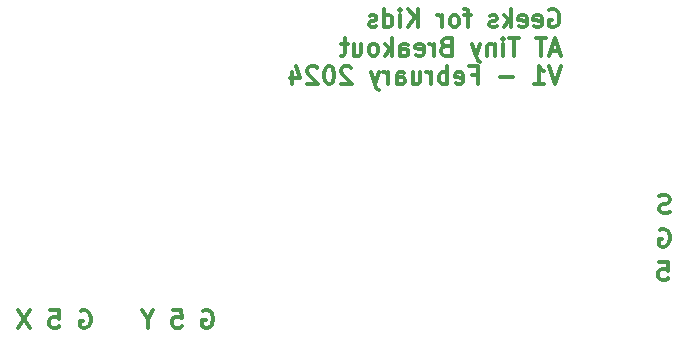
<source format=gbr>
G04 #@! TF.GenerationSoftware,KiCad,Pcbnew,7.0.5*
G04 #@! TF.CreationDate,2024-02-12T19:58:57-06:00*
G04 #@! TF.ProjectId,ATTinyBreakOut_DFRobot_Amp,41545469-6e79-4427-9265-616b4f75745f,rev?*
G04 #@! TF.SameCoordinates,Original*
G04 #@! TF.FileFunction,Legend,Bot*
G04 #@! TF.FilePolarity,Positive*
%FSLAX46Y46*%
G04 Gerber Fmt 4.6, Leading zero omitted, Abs format (unit mm)*
G04 Created by KiCad (PCBNEW 7.0.5) date 2024-02-12 19:58:57*
%MOMM*%
%LPD*%
G01*
G04 APERTURE LIST*
%ADD10C,0.300000*%
G04 APERTURE END LIST*
D10*
X168198344Y-96132257D02*
X168341202Y-96060828D01*
X168341202Y-96060828D02*
X168555487Y-96060828D01*
X168555487Y-96060828D02*
X168769773Y-96132257D01*
X168769773Y-96132257D02*
X168912630Y-96275114D01*
X168912630Y-96275114D02*
X168984059Y-96417971D01*
X168984059Y-96417971D02*
X169055487Y-96703685D01*
X169055487Y-96703685D02*
X169055487Y-96917971D01*
X169055487Y-96917971D02*
X168984059Y-97203685D01*
X168984059Y-97203685D02*
X168912630Y-97346542D01*
X168912630Y-97346542D02*
X168769773Y-97489400D01*
X168769773Y-97489400D02*
X168555487Y-97560828D01*
X168555487Y-97560828D02*
X168412630Y-97560828D01*
X168412630Y-97560828D02*
X168198344Y-97489400D01*
X168198344Y-97489400D02*
X168126916Y-97417971D01*
X168126916Y-97417971D02*
X168126916Y-96917971D01*
X168126916Y-96917971D02*
X168412630Y-96917971D01*
X158869774Y-77552257D02*
X159012632Y-77480828D01*
X159012632Y-77480828D02*
X159226917Y-77480828D01*
X159226917Y-77480828D02*
X159441203Y-77552257D01*
X159441203Y-77552257D02*
X159584060Y-77695114D01*
X159584060Y-77695114D02*
X159655489Y-77837971D01*
X159655489Y-77837971D02*
X159726917Y-78123685D01*
X159726917Y-78123685D02*
X159726917Y-78337971D01*
X159726917Y-78337971D02*
X159655489Y-78623685D01*
X159655489Y-78623685D02*
X159584060Y-78766542D01*
X159584060Y-78766542D02*
X159441203Y-78909400D01*
X159441203Y-78909400D02*
X159226917Y-78980828D01*
X159226917Y-78980828D02*
X159084060Y-78980828D01*
X159084060Y-78980828D02*
X158869774Y-78909400D01*
X158869774Y-78909400D02*
X158798346Y-78837971D01*
X158798346Y-78837971D02*
X158798346Y-78337971D01*
X158798346Y-78337971D02*
X159084060Y-78337971D01*
X157584060Y-78909400D02*
X157726917Y-78980828D01*
X157726917Y-78980828D02*
X158012632Y-78980828D01*
X158012632Y-78980828D02*
X158155489Y-78909400D01*
X158155489Y-78909400D02*
X158226917Y-78766542D01*
X158226917Y-78766542D02*
X158226917Y-78195114D01*
X158226917Y-78195114D02*
X158155489Y-78052257D01*
X158155489Y-78052257D02*
X158012632Y-77980828D01*
X158012632Y-77980828D02*
X157726917Y-77980828D01*
X157726917Y-77980828D02*
X157584060Y-78052257D01*
X157584060Y-78052257D02*
X157512632Y-78195114D01*
X157512632Y-78195114D02*
X157512632Y-78337971D01*
X157512632Y-78337971D02*
X158226917Y-78480828D01*
X156298346Y-78909400D02*
X156441203Y-78980828D01*
X156441203Y-78980828D02*
X156726918Y-78980828D01*
X156726918Y-78980828D02*
X156869775Y-78909400D01*
X156869775Y-78909400D02*
X156941203Y-78766542D01*
X156941203Y-78766542D02*
X156941203Y-78195114D01*
X156941203Y-78195114D02*
X156869775Y-78052257D01*
X156869775Y-78052257D02*
X156726918Y-77980828D01*
X156726918Y-77980828D02*
X156441203Y-77980828D01*
X156441203Y-77980828D02*
X156298346Y-78052257D01*
X156298346Y-78052257D02*
X156226918Y-78195114D01*
X156226918Y-78195114D02*
X156226918Y-78337971D01*
X156226918Y-78337971D02*
X156941203Y-78480828D01*
X155584061Y-78980828D02*
X155584061Y-77480828D01*
X155441204Y-78409400D02*
X155012632Y-78980828D01*
X155012632Y-77980828D02*
X155584061Y-78552257D01*
X154441203Y-78909400D02*
X154298346Y-78980828D01*
X154298346Y-78980828D02*
X154012632Y-78980828D01*
X154012632Y-78980828D02*
X153869775Y-78909400D01*
X153869775Y-78909400D02*
X153798346Y-78766542D01*
X153798346Y-78766542D02*
X153798346Y-78695114D01*
X153798346Y-78695114D02*
X153869775Y-78552257D01*
X153869775Y-78552257D02*
X154012632Y-78480828D01*
X154012632Y-78480828D02*
X154226918Y-78480828D01*
X154226918Y-78480828D02*
X154369775Y-78409400D01*
X154369775Y-78409400D02*
X154441203Y-78266542D01*
X154441203Y-78266542D02*
X154441203Y-78195114D01*
X154441203Y-78195114D02*
X154369775Y-78052257D01*
X154369775Y-78052257D02*
X154226918Y-77980828D01*
X154226918Y-77980828D02*
X154012632Y-77980828D01*
X154012632Y-77980828D02*
X153869775Y-78052257D01*
X152226917Y-77980828D02*
X151655489Y-77980828D01*
X152012632Y-78980828D02*
X152012632Y-77695114D01*
X152012632Y-77695114D02*
X151941203Y-77552257D01*
X151941203Y-77552257D02*
X151798346Y-77480828D01*
X151798346Y-77480828D02*
X151655489Y-77480828D01*
X150941203Y-78980828D02*
X151084060Y-78909400D01*
X151084060Y-78909400D02*
X151155489Y-78837971D01*
X151155489Y-78837971D02*
X151226917Y-78695114D01*
X151226917Y-78695114D02*
X151226917Y-78266542D01*
X151226917Y-78266542D02*
X151155489Y-78123685D01*
X151155489Y-78123685D02*
X151084060Y-78052257D01*
X151084060Y-78052257D02*
X150941203Y-77980828D01*
X150941203Y-77980828D02*
X150726917Y-77980828D01*
X150726917Y-77980828D02*
X150584060Y-78052257D01*
X150584060Y-78052257D02*
X150512632Y-78123685D01*
X150512632Y-78123685D02*
X150441203Y-78266542D01*
X150441203Y-78266542D02*
X150441203Y-78695114D01*
X150441203Y-78695114D02*
X150512632Y-78837971D01*
X150512632Y-78837971D02*
X150584060Y-78909400D01*
X150584060Y-78909400D02*
X150726917Y-78980828D01*
X150726917Y-78980828D02*
X150941203Y-78980828D01*
X149798346Y-78980828D02*
X149798346Y-77980828D01*
X149798346Y-78266542D02*
X149726917Y-78123685D01*
X149726917Y-78123685D02*
X149655489Y-78052257D01*
X149655489Y-78052257D02*
X149512631Y-77980828D01*
X149512631Y-77980828D02*
X149369774Y-77980828D01*
X147726918Y-78980828D02*
X147726918Y-77480828D01*
X146869775Y-78980828D02*
X147512632Y-78123685D01*
X146869775Y-77480828D02*
X147726918Y-78337971D01*
X146226918Y-78980828D02*
X146226918Y-77980828D01*
X146226918Y-77480828D02*
X146298346Y-77552257D01*
X146298346Y-77552257D02*
X146226918Y-77623685D01*
X146226918Y-77623685D02*
X146155489Y-77552257D01*
X146155489Y-77552257D02*
X146226918Y-77480828D01*
X146226918Y-77480828D02*
X146226918Y-77623685D01*
X144869775Y-78980828D02*
X144869775Y-77480828D01*
X144869775Y-78909400D02*
X145012632Y-78980828D01*
X145012632Y-78980828D02*
X145298346Y-78980828D01*
X145298346Y-78980828D02*
X145441203Y-78909400D01*
X145441203Y-78909400D02*
X145512632Y-78837971D01*
X145512632Y-78837971D02*
X145584060Y-78695114D01*
X145584060Y-78695114D02*
X145584060Y-78266542D01*
X145584060Y-78266542D02*
X145512632Y-78123685D01*
X145512632Y-78123685D02*
X145441203Y-78052257D01*
X145441203Y-78052257D02*
X145298346Y-77980828D01*
X145298346Y-77980828D02*
X145012632Y-77980828D01*
X145012632Y-77980828D02*
X144869775Y-78052257D01*
X144226917Y-78909400D02*
X144084060Y-78980828D01*
X144084060Y-78980828D02*
X143798346Y-78980828D01*
X143798346Y-78980828D02*
X143655489Y-78909400D01*
X143655489Y-78909400D02*
X143584060Y-78766542D01*
X143584060Y-78766542D02*
X143584060Y-78695114D01*
X143584060Y-78695114D02*
X143655489Y-78552257D01*
X143655489Y-78552257D02*
X143798346Y-78480828D01*
X143798346Y-78480828D02*
X144012632Y-78480828D01*
X144012632Y-78480828D02*
X144155489Y-78409400D01*
X144155489Y-78409400D02*
X144226917Y-78266542D01*
X144226917Y-78266542D02*
X144226917Y-78195114D01*
X144226917Y-78195114D02*
X144155489Y-78052257D01*
X144155489Y-78052257D02*
X144012632Y-77980828D01*
X144012632Y-77980828D02*
X143798346Y-77980828D01*
X143798346Y-77980828D02*
X143655489Y-78052257D01*
X159726917Y-80967257D02*
X159012632Y-80967257D01*
X159869774Y-81395828D02*
X159369774Y-79895828D01*
X159369774Y-79895828D02*
X158869774Y-81395828D01*
X158584060Y-79895828D02*
X157726918Y-79895828D01*
X158155489Y-81395828D02*
X158155489Y-79895828D01*
X156298346Y-79895828D02*
X155441204Y-79895828D01*
X155869775Y-81395828D02*
X155869775Y-79895828D01*
X154941204Y-81395828D02*
X154941204Y-80395828D01*
X154941204Y-79895828D02*
X155012632Y-79967257D01*
X155012632Y-79967257D02*
X154941204Y-80038685D01*
X154941204Y-80038685D02*
X154869775Y-79967257D01*
X154869775Y-79967257D02*
X154941204Y-79895828D01*
X154941204Y-79895828D02*
X154941204Y-80038685D01*
X154226918Y-80395828D02*
X154226918Y-81395828D01*
X154226918Y-80538685D02*
X154155489Y-80467257D01*
X154155489Y-80467257D02*
X154012632Y-80395828D01*
X154012632Y-80395828D02*
X153798346Y-80395828D01*
X153798346Y-80395828D02*
X153655489Y-80467257D01*
X153655489Y-80467257D02*
X153584061Y-80610114D01*
X153584061Y-80610114D02*
X153584061Y-81395828D01*
X153012632Y-80395828D02*
X152655489Y-81395828D01*
X152298346Y-80395828D02*
X152655489Y-81395828D01*
X152655489Y-81395828D02*
X152798346Y-81752971D01*
X152798346Y-81752971D02*
X152869775Y-81824400D01*
X152869775Y-81824400D02*
X153012632Y-81895828D01*
X150084061Y-80610114D02*
X149869775Y-80681542D01*
X149869775Y-80681542D02*
X149798346Y-80752971D01*
X149798346Y-80752971D02*
X149726918Y-80895828D01*
X149726918Y-80895828D02*
X149726918Y-81110114D01*
X149726918Y-81110114D02*
X149798346Y-81252971D01*
X149798346Y-81252971D02*
X149869775Y-81324400D01*
X149869775Y-81324400D02*
X150012632Y-81395828D01*
X150012632Y-81395828D02*
X150584061Y-81395828D01*
X150584061Y-81395828D02*
X150584061Y-79895828D01*
X150584061Y-79895828D02*
X150084061Y-79895828D01*
X150084061Y-79895828D02*
X149941204Y-79967257D01*
X149941204Y-79967257D02*
X149869775Y-80038685D01*
X149869775Y-80038685D02*
X149798346Y-80181542D01*
X149798346Y-80181542D02*
X149798346Y-80324400D01*
X149798346Y-80324400D02*
X149869775Y-80467257D01*
X149869775Y-80467257D02*
X149941204Y-80538685D01*
X149941204Y-80538685D02*
X150084061Y-80610114D01*
X150084061Y-80610114D02*
X150584061Y-80610114D01*
X149084061Y-81395828D02*
X149084061Y-80395828D01*
X149084061Y-80681542D02*
X149012632Y-80538685D01*
X149012632Y-80538685D02*
X148941204Y-80467257D01*
X148941204Y-80467257D02*
X148798346Y-80395828D01*
X148798346Y-80395828D02*
X148655489Y-80395828D01*
X147584061Y-81324400D02*
X147726918Y-81395828D01*
X147726918Y-81395828D02*
X148012633Y-81395828D01*
X148012633Y-81395828D02*
X148155490Y-81324400D01*
X148155490Y-81324400D02*
X148226918Y-81181542D01*
X148226918Y-81181542D02*
X148226918Y-80610114D01*
X148226918Y-80610114D02*
X148155490Y-80467257D01*
X148155490Y-80467257D02*
X148012633Y-80395828D01*
X148012633Y-80395828D02*
X147726918Y-80395828D01*
X147726918Y-80395828D02*
X147584061Y-80467257D01*
X147584061Y-80467257D02*
X147512633Y-80610114D01*
X147512633Y-80610114D02*
X147512633Y-80752971D01*
X147512633Y-80752971D02*
X148226918Y-80895828D01*
X146226919Y-81395828D02*
X146226919Y-80610114D01*
X146226919Y-80610114D02*
X146298347Y-80467257D01*
X146298347Y-80467257D02*
X146441204Y-80395828D01*
X146441204Y-80395828D02*
X146726919Y-80395828D01*
X146726919Y-80395828D02*
X146869776Y-80467257D01*
X146226919Y-81324400D02*
X146369776Y-81395828D01*
X146369776Y-81395828D02*
X146726919Y-81395828D01*
X146726919Y-81395828D02*
X146869776Y-81324400D01*
X146869776Y-81324400D02*
X146941204Y-81181542D01*
X146941204Y-81181542D02*
X146941204Y-81038685D01*
X146941204Y-81038685D02*
X146869776Y-80895828D01*
X146869776Y-80895828D02*
X146726919Y-80824400D01*
X146726919Y-80824400D02*
X146369776Y-80824400D01*
X146369776Y-80824400D02*
X146226919Y-80752971D01*
X145512633Y-81395828D02*
X145512633Y-79895828D01*
X145369776Y-80824400D02*
X144941204Y-81395828D01*
X144941204Y-80395828D02*
X145512633Y-80967257D01*
X144084061Y-81395828D02*
X144226918Y-81324400D01*
X144226918Y-81324400D02*
X144298347Y-81252971D01*
X144298347Y-81252971D02*
X144369775Y-81110114D01*
X144369775Y-81110114D02*
X144369775Y-80681542D01*
X144369775Y-80681542D02*
X144298347Y-80538685D01*
X144298347Y-80538685D02*
X144226918Y-80467257D01*
X144226918Y-80467257D02*
X144084061Y-80395828D01*
X144084061Y-80395828D02*
X143869775Y-80395828D01*
X143869775Y-80395828D02*
X143726918Y-80467257D01*
X143726918Y-80467257D02*
X143655490Y-80538685D01*
X143655490Y-80538685D02*
X143584061Y-80681542D01*
X143584061Y-80681542D02*
X143584061Y-81110114D01*
X143584061Y-81110114D02*
X143655490Y-81252971D01*
X143655490Y-81252971D02*
X143726918Y-81324400D01*
X143726918Y-81324400D02*
X143869775Y-81395828D01*
X143869775Y-81395828D02*
X144084061Y-81395828D01*
X142298347Y-80395828D02*
X142298347Y-81395828D01*
X142941204Y-80395828D02*
X142941204Y-81181542D01*
X142941204Y-81181542D02*
X142869775Y-81324400D01*
X142869775Y-81324400D02*
X142726918Y-81395828D01*
X142726918Y-81395828D02*
X142512632Y-81395828D01*
X142512632Y-81395828D02*
X142369775Y-81324400D01*
X142369775Y-81324400D02*
X142298347Y-81252971D01*
X141798346Y-80395828D02*
X141226918Y-80395828D01*
X141584061Y-79895828D02*
X141584061Y-81181542D01*
X141584061Y-81181542D02*
X141512632Y-81324400D01*
X141512632Y-81324400D02*
X141369775Y-81395828D01*
X141369775Y-81395828D02*
X141226918Y-81395828D01*
X159869774Y-82310828D02*
X159369774Y-83810828D01*
X159369774Y-83810828D02*
X158869774Y-82310828D01*
X157584060Y-83810828D02*
X158441203Y-83810828D01*
X158012632Y-83810828D02*
X158012632Y-82310828D01*
X158012632Y-82310828D02*
X158155489Y-82525114D01*
X158155489Y-82525114D02*
X158298346Y-82667971D01*
X158298346Y-82667971D02*
X158441203Y-82739400D01*
X155798347Y-83239400D02*
X154655490Y-83239400D01*
X152298347Y-83025114D02*
X152798347Y-83025114D01*
X152798347Y-83810828D02*
X152798347Y-82310828D01*
X152798347Y-82310828D02*
X152084061Y-82310828D01*
X150941204Y-83739400D02*
X151084061Y-83810828D01*
X151084061Y-83810828D02*
X151369776Y-83810828D01*
X151369776Y-83810828D02*
X151512633Y-83739400D01*
X151512633Y-83739400D02*
X151584061Y-83596542D01*
X151584061Y-83596542D02*
X151584061Y-83025114D01*
X151584061Y-83025114D02*
X151512633Y-82882257D01*
X151512633Y-82882257D02*
X151369776Y-82810828D01*
X151369776Y-82810828D02*
X151084061Y-82810828D01*
X151084061Y-82810828D02*
X150941204Y-82882257D01*
X150941204Y-82882257D02*
X150869776Y-83025114D01*
X150869776Y-83025114D02*
X150869776Y-83167971D01*
X150869776Y-83167971D02*
X151584061Y-83310828D01*
X150226919Y-83810828D02*
X150226919Y-82310828D01*
X150226919Y-82882257D02*
X150084062Y-82810828D01*
X150084062Y-82810828D02*
X149798347Y-82810828D01*
X149798347Y-82810828D02*
X149655490Y-82882257D01*
X149655490Y-82882257D02*
X149584062Y-82953685D01*
X149584062Y-82953685D02*
X149512633Y-83096542D01*
X149512633Y-83096542D02*
X149512633Y-83525114D01*
X149512633Y-83525114D02*
X149584062Y-83667971D01*
X149584062Y-83667971D02*
X149655490Y-83739400D01*
X149655490Y-83739400D02*
X149798347Y-83810828D01*
X149798347Y-83810828D02*
X150084062Y-83810828D01*
X150084062Y-83810828D02*
X150226919Y-83739400D01*
X148869776Y-83810828D02*
X148869776Y-82810828D01*
X148869776Y-83096542D02*
X148798347Y-82953685D01*
X148798347Y-82953685D02*
X148726919Y-82882257D01*
X148726919Y-82882257D02*
X148584061Y-82810828D01*
X148584061Y-82810828D02*
X148441204Y-82810828D01*
X147298348Y-82810828D02*
X147298348Y-83810828D01*
X147941205Y-82810828D02*
X147941205Y-83596542D01*
X147941205Y-83596542D02*
X147869776Y-83739400D01*
X147869776Y-83739400D02*
X147726919Y-83810828D01*
X147726919Y-83810828D02*
X147512633Y-83810828D01*
X147512633Y-83810828D02*
X147369776Y-83739400D01*
X147369776Y-83739400D02*
X147298348Y-83667971D01*
X145941205Y-83810828D02*
X145941205Y-83025114D01*
X145941205Y-83025114D02*
X146012633Y-82882257D01*
X146012633Y-82882257D02*
X146155490Y-82810828D01*
X146155490Y-82810828D02*
X146441205Y-82810828D01*
X146441205Y-82810828D02*
X146584062Y-82882257D01*
X145941205Y-83739400D02*
X146084062Y-83810828D01*
X146084062Y-83810828D02*
X146441205Y-83810828D01*
X146441205Y-83810828D02*
X146584062Y-83739400D01*
X146584062Y-83739400D02*
X146655490Y-83596542D01*
X146655490Y-83596542D02*
X146655490Y-83453685D01*
X146655490Y-83453685D02*
X146584062Y-83310828D01*
X146584062Y-83310828D02*
X146441205Y-83239400D01*
X146441205Y-83239400D02*
X146084062Y-83239400D01*
X146084062Y-83239400D02*
X145941205Y-83167971D01*
X145226919Y-83810828D02*
X145226919Y-82810828D01*
X145226919Y-83096542D02*
X145155490Y-82953685D01*
X145155490Y-82953685D02*
X145084062Y-82882257D01*
X145084062Y-82882257D02*
X144941204Y-82810828D01*
X144941204Y-82810828D02*
X144798347Y-82810828D01*
X144441205Y-82810828D02*
X144084062Y-83810828D01*
X143726919Y-82810828D02*
X144084062Y-83810828D01*
X144084062Y-83810828D02*
X144226919Y-84167971D01*
X144226919Y-84167971D02*
X144298348Y-84239400D01*
X144298348Y-84239400D02*
X144441205Y-84310828D01*
X142084062Y-82453685D02*
X142012634Y-82382257D01*
X142012634Y-82382257D02*
X141869777Y-82310828D01*
X141869777Y-82310828D02*
X141512634Y-82310828D01*
X141512634Y-82310828D02*
X141369777Y-82382257D01*
X141369777Y-82382257D02*
X141298348Y-82453685D01*
X141298348Y-82453685D02*
X141226919Y-82596542D01*
X141226919Y-82596542D02*
X141226919Y-82739400D01*
X141226919Y-82739400D02*
X141298348Y-82953685D01*
X141298348Y-82953685D02*
X142155491Y-83810828D01*
X142155491Y-83810828D02*
X141226919Y-83810828D01*
X140298348Y-82310828D02*
X140155491Y-82310828D01*
X140155491Y-82310828D02*
X140012634Y-82382257D01*
X140012634Y-82382257D02*
X139941206Y-82453685D01*
X139941206Y-82453685D02*
X139869777Y-82596542D01*
X139869777Y-82596542D02*
X139798348Y-82882257D01*
X139798348Y-82882257D02*
X139798348Y-83239400D01*
X139798348Y-83239400D02*
X139869777Y-83525114D01*
X139869777Y-83525114D02*
X139941206Y-83667971D01*
X139941206Y-83667971D02*
X140012634Y-83739400D01*
X140012634Y-83739400D02*
X140155491Y-83810828D01*
X140155491Y-83810828D02*
X140298348Y-83810828D01*
X140298348Y-83810828D02*
X140441206Y-83739400D01*
X140441206Y-83739400D02*
X140512634Y-83667971D01*
X140512634Y-83667971D02*
X140584063Y-83525114D01*
X140584063Y-83525114D02*
X140655491Y-83239400D01*
X140655491Y-83239400D02*
X140655491Y-82882257D01*
X140655491Y-82882257D02*
X140584063Y-82596542D01*
X140584063Y-82596542D02*
X140512634Y-82453685D01*
X140512634Y-82453685D02*
X140441206Y-82382257D01*
X140441206Y-82382257D02*
X140298348Y-82310828D01*
X139226920Y-82453685D02*
X139155492Y-82382257D01*
X139155492Y-82382257D02*
X139012635Y-82310828D01*
X139012635Y-82310828D02*
X138655492Y-82310828D01*
X138655492Y-82310828D02*
X138512635Y-82382257D01*
X138512635Y-82382257D02*
X138441206Y-82453685D01*
X138441206Y-82453685D02*
X138369777Y-82596542D01*
X138369777Y-82596542D02*
X138369777Y-82739400D01*
X138369777Y-82739400D02*
X138441206Y-82953685D01*
X138441206Y-82953685D02*
X139298349Y-83810828D01*
X139298349Y-83810828D02*
X138369777Y-83810828D01*
X137084064Y-82810828D02*
X137084064Y-83810828D01*
X137441206Y-82239400D02*
X137798349Y-83310828D01*
X137798349Y-83310828D02*
X136869778Y-83310828D01*
X119179774Y-103042257D02*
X119322632Y-102970828D01*
X119322632Y-102970828D02*
X119536917Y-102970828D01*
X119536917Y-102970828D02*
X119751203Y-103042257D01*
X119751203Y-103042257D02*
X119894060Y-103185114D01*
X119894060Y-103185114D02*
X119965489Y-103327971D01*
X119965489Y-103327971D02*
X120036917Y-103613685D01*
X120036917Y-103613685D02*
X120036917Y-103827971D01*
X120036917Y-103827971D02*
X119965489Y-104113685D01*
X119965489Y-104113685D02*
X119894060Y-104256542D01*
X119894060Y-104256542D02*
X119751203Y-104399400D01*
X119751203Y-104399400D02*
X119536917Y-104470828D01*
X119536917Y-104470828D02*
X119394060Y-104470828D01*
X119394060Y-104470828D02*
X119179774Y-104399400D01*
X119179774Y-104399400D02*
X119108346Y-104327971D01*
X119108346Y-104327971D02*
X119108346Y-103827971D01*
X119108346Y-103827971D02*
X119394060Y-103827971D01*
X116608346Y-102970828D02*
X117322632Y-102970828D01*
X117322632Y-102970828D02*
X117394060Y-103685114D01*
X117394060Y-103685114D02*
X117322632Y-103613685D01*
X117322632Y-103613685D02*
X117179775Y-103542257D01*
X117179775Y-103542257D02*
X116822632Y-103542257D01*
X116822632Y-103542257D02*
X116679775Y-103613685D01*
X116679775Y-103613685D02*
X116608346Y-103685114D01*
X116608346Y-103685114D02*
X116536917Y-103827971D01*
X116536917Y-103827971D02*
X116536917Y-104185114D01*
X116536917Y-104185114D02*
X116608346Y-104327971D01*
X116608346Y-104327971D02*
X116679775Y-104399400D01*
X116679775Y-104399400D02*
X116822632Y-104470828D01*
X116822632Y-104470828D02*
X117179775Y-104470828D01*
X117179775Y-104470828D02*
X117322632Y-104399400D01*
X117322632Y-104399400D02*
X117394060Y-104327971D01*
X114894061Y-102970828D02*
X113894061Y-104470828D01*
X113894061Y-102970828D02*
X114894061Y-104470828D01*
X168159773Y-98890828D02*
X168874059Y-98890828D01*
X168874059Y-98890828D02*
X168945487Y-99605114D01*
X168945487Y-99605114D02*
X168874059Y-99533685D01*
X168874059Y-99533685D02*
X168731202Y-99462257D01*
X168731202Y-99462257D02*
X168374059Y-99462257D01*
X168374059Y-99462257D02*
X168231202Y-99533685D01*
X168231202Y-99533685D02*
X168159773Y-99605114D01*
X168159773Y-99605114D02*
X168088344Y-99747971D01*
X168088344Y-99747971D02*
X168088344Y-100105114D01*
X168088344Y-100105114D02*
X168159773Y-100247971D01*
X168159773Y-100247971D02*
X168231202Y-100319400D01*
X168231202Y-100319400D02*
X168374059Y-100390828D01*
X168374059Y-100390828D02*
X168731202Y-100390828D01*
X168731202Y-100390828D02*
X168874059Y-100319400D01*
X168874059Y-100319400D02*
X168945487Y-100247971D01*
X129559774Y-103002257D02*
X129702632Y-102930828D01*
X129702632Y-102930828D02*
X129916917Y-102930828D01*
X129916917Y-102930828D02*
X130131203Y-103002257D01*
X130131203Y-103002257D02*
X130274060Y-103145114D01*
X130274060Y-103145114D02*
X130345489Y-103287971D01*
X130345489Y-103287971D02*
X130416917Y-103573685D01*
X130416917Y-103573685D02*
X130416917Y-103787971D01*
X130416917Y-103787971D02*
X130345489Y-104073685D01*
X130345489Y-104073685D02*
X130274060Y-104216542D01*
X130274060Y-104216542D02*
X130131203Y-104359400D01*
X130131203Y-104359400D02*
X129916917Y-104430828D01*
X129916917Y-104430828D02*
X129774060Y-104430828D01*
X129774060Y-104430828D02*
X129559774Y-104359400D01*
X129559774Y-104359400D02*
X129488346Y-104287971D01*
X129488346Y-104287971D02*
X129488346Y-103787971D01*
X129488346Y-103787971D02*
X129774060Y-103787971D01*
X126988346Y-102930828D02*
X127702632Y-102930828D01*
X127702632Y-102930828D02*
X127774060Y-103645114D01*
X127774060Y-103645114D02*
X127702632Y-103573685D01*
X127702632Y-103573685D02*
X127559775Y-103502257D01*
X127559775Y-103502257D02*
X127202632Y-103502257D01*
X127202632Y-103502257D02*
X127059775Y-103573685D01*
X127059775Y-103573685D02*
X126988346Y-103645114D01*
X126988346Y-103645114D02*
X126916917Y-103787971D01*
X126916917Y-103787971D02*
X126916917Y-104145114D01*
X126916917Y-104145114D02*
X126988346Y-104287971D01*
X126988346Y-104287971D02*
X127059775Y-104359400D01*
X127059775Y-104359400D02*
X127202632Y-104430828D01*
X127202632Y-104430828D02*
X127559775Y-104430828D01*
X127559775Y-104430828D02*
X127702632Y-104359400D01*
X127702632Y-104359400D02*
X127774060Y-104287971D01*
X124845489Y-103716542D02*
X124845489Y-104430828D01*
X125345489Y-102930828D02*
X124845489Y-103716542D01*
X124845489Y-103716542D02*
X124345489Y-102930828D01*
X169045487Y-94639400D02*
X168831202Y-94710828D01*
X168831202Y-94710828D02*
X168474059Y-94710828D01*
X168474059Y-94710828D02*
X168331202Y-94639400D01*
X168331202Y-94639400D02*
X168259773Y-94567971D01*
X168259773Y-94567971D02*
X168188344Y-94425114D01*
X168188344Y-94425114D02*
X168188344Y-94282257D01*
X168188344Y-94282257D02*
X168259773Y-94139400D01*
X168259773Y-94139400D02*
X168331202Y-94067971D01*
X168331202Y-94067971D02*
X168474059Y-93996542D01*
X168474059Y-93996542D02*
X168759773Y-93925114D01*
X168759773Y-93925114D02*
X168902630Y-93853685D01*
X168902630Y-93853685D02*
X168974059Y-93782257D01*
X168974059Y-93782257D02*
X169045487Y-93639400D01*
X169045487Y-93639400D02*
X169045487Y-93496542D01*
X169045487Y-93496542D02*
X168974059Y-93353685D01*
X168974059Y-93353685D02*
X168902630Y-93282257D01*
X168902630Y-93282257D02*
X168759773Y-93210828D01*
X168759773Y-93210828D02*
X168402630Y-93210828D01*
X168402630Y-93210828D02*
X168188344Y-93282257D01*
M02*

</source>
